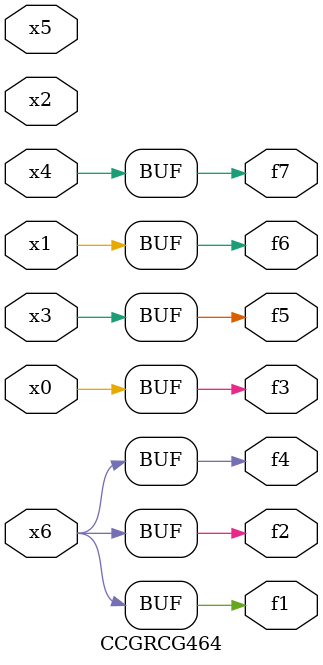
<source format=v>
module CCGRCG464(
	input x0, x1, x2, x3, x4, x5, x6,
	output f1, f2, f3, f4, f5, f6, f7
);
	assign f1 = x6;
	assign f2 = x6;
	assign f3 = x0;
	assign f4 = x6;
	assign f5 = x3;
	assign f6 = x1;
	assign f7 = x4;
endmodule

</source>
